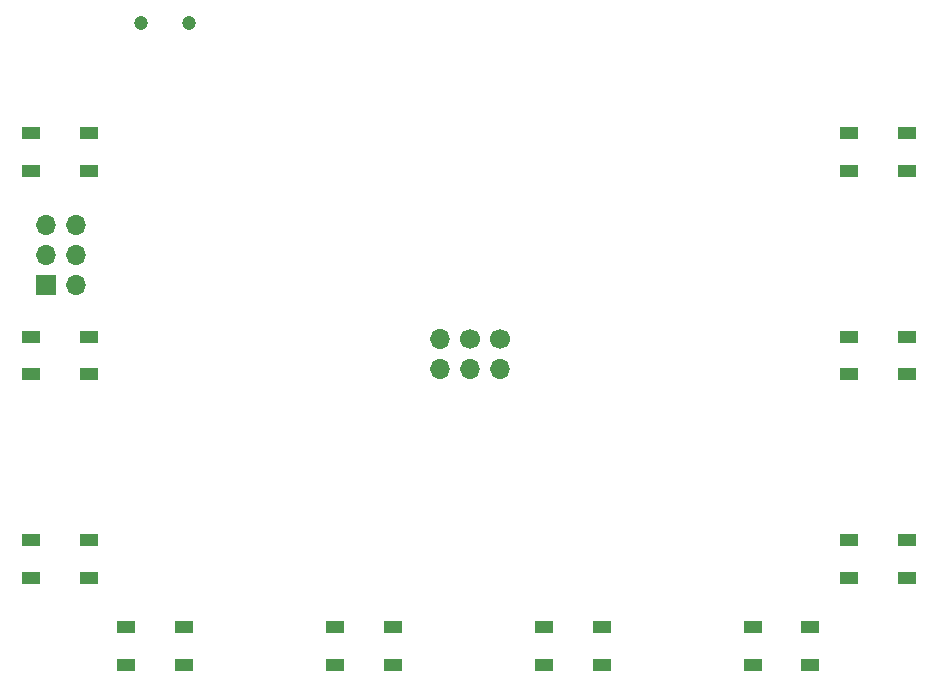
<source format=gbr>
G04 #@! TF.GenerationSoftware,KiCad,Pcbnew,(5.99.0-10336-g9846076676)*
G04 #@! TF.CreationDate,2021-04-17T01:38:01-06:00*
G04 #@! TF.ProjectId,yolo-badge,796f6c6f-2d62-4616-9467-652e6b696361,rev?*
G04 #@! TF.SameCoordinates,Original*
G04 #@! TF.FileFunction,Soldermask,Top*
G04 #@! TF.FilePolarity,Negative*
%FSLAX46Y46*%
G04 Gerber Fmt 4.6, Leading zero omitted, Abs format (unit mm)*
G04 Created by KiCad (PCBNEW (5.99.0-10336-g9846076676)) date 2021-04-17 01:38:01*
%MOMM*%
%LPD*%
G01*
G04 APERTURE LIST*
%ADD10R,1.700000X1.700000*%
%ADD11O,1.700000X1.700000*%
%ADD12C,1.200000*%
%ADD13C,1.700000*%
%ADD14R,1.500000X1.000000*%
G04 APERTURE END LIST*
D10*
X108025000Y-70015000D03*
D11*
X110565000Y-70015000D03*
X108025000Y-67475000D03*
X110565000Y-67475000D03*
X108025000Y-64935000D03*
X110565000Y-64935000D03*
D12*
X120180000Y-47875000D03*
X116080000Y-47875000D03*
D11*
X141373334Y-74600000D03*
X141373334Y-77140000D03*
D13*
X143913334Y-74600000D03*
D11*
X143913334Y-77140000D03*
D13*
X146453334Y-74600000D03*
D11*
X146453334Y-77140000D03*
D14*
X150206667Y-98970005D03*
X150206667Y-102170005D03*
X155106667Y-102170005D03*
X155106667Y-98970005D03*
X106803325Y-57179994D03*
X106803325Y-60379994D03*
X111703325Y-60379994D03*
X111703325Y-57179994D03*
X180953326Y-74394997D03*
X180953326Y-77594997D03*
X176053326Y-77594997D03*
X176053326Y-74394997D03*
X111703325Y-74394997D03*
X111703325Y-77594997D03*
X106803325Y-77594997D03*
X106803325Y-74394997D03*
X180953326Y-91609999D03*
X180953326Y-94809999D03*
X176053326Y-94809999D03*
X176053326Y-91609999D03*
X167883340Y-98970005D03*
X167883340Y-102170005D03*
X172783340Y-102170005D03*
X172783340Y-98970005D03*
X114853321Y-98970005D03*
X114853321Y-102170005D03*
X119753321Y-102170005D03*
X119753321Y-98970005D03*
X132529994Y-98970005D03*
X132529994Y-102170005D03*
X137429994Y-102170005D03*
X137429994Y-98970005D03*
X111703325Y-91609999D03*
X111703325Y-94809999D03*
X106803325Y-94809999D03*
X106803325Y-91609999D03*
X180953326Y-57179994D03*
X180953326Y-60379994D03*
X176053326Y-60379994D03*
X176053326Y-57179994D03*
M02*

</source>
